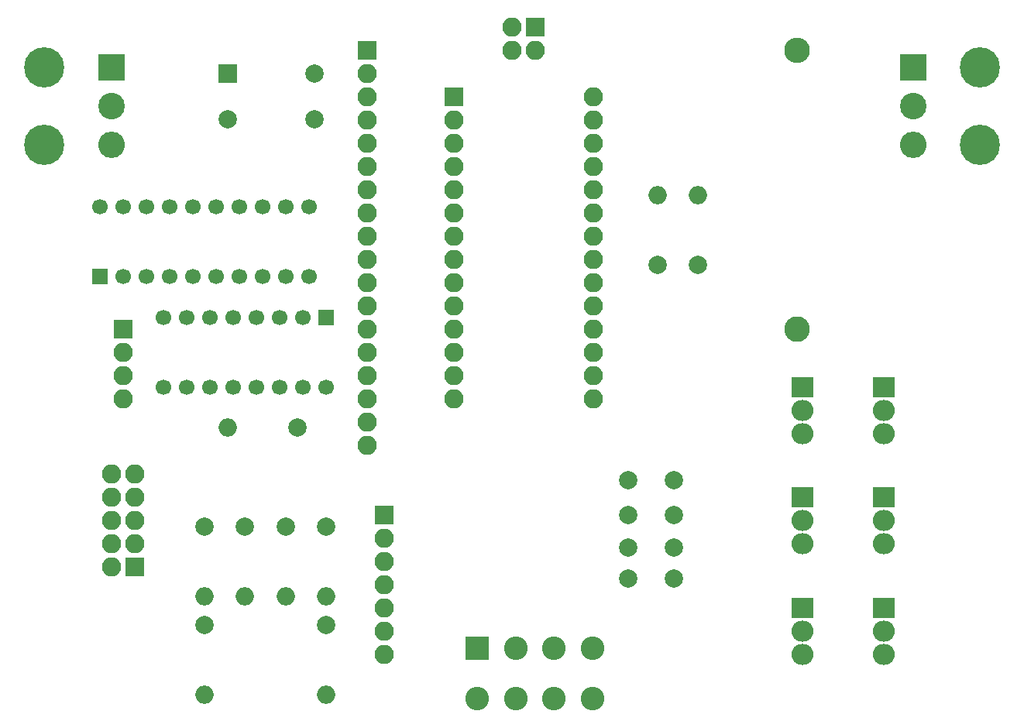
<source format=gbr>
G04 #@! TF.GenerationSoftware,KiCad,Pcbnew,(5.0.0)*
G04 #@! TF.CreationDate,2019-03-07T17:14:17-05:00*
G04 #@! TF.ProjectId,DRV8308_pcb,445256383330385F7063622E6B696361,rev?*
G04 #@! TF.SameCoordinates,Original*
G04 #@! TF.FileFunction,Soldermask,Bot*
G04 #@! TF.FilePolarity,Negative*
%FSLAX46Y46*%
G04 Gerber Fmt 4.6, Leading zero omitted, Abs format (unit mm)*
G04 Created by KiCad (PCBNEW (5.0.0)) date 03/07/19 17:14:17*
%MOMM*%
%LPD*%
G01*
G04 APERTURE LIST*
%ADD10C,4.400000*%
%ADD11O,2.900000X2.900000*%
%ADD12C,2.900000*%
%ADD13R,2.900000X2.900000*%
%ADD14O,2.100000X2.100000*%
%ADD15R,2.100000X2.100000*%
%ADD16R,2.000000X2.000000*%
%ADD17C,2.000000*%
%ADD18R,2.575000X2.575000*%
%ADD19C,2.575000*%
%ADD20O,2.400000X2.305000*%
%ADD21R,2.400000X2.305000*%
%ADD22O,2.000000X2.000000*%
%ADD23C,2.800000*%
%ADD24O,2.800000X2.800000*%
%ADD25R,1.695400X1.695400*%
%ADD26C,1.695400*%
G04 APERTURE END LIST*
D10*
G04 #@! TO.C,J5*
X195260000Y-58420000D03*
X195260000Y-66820000D03*
D11*
X187960000Y-66820000D03*
D12*
X187960000Y-62620000D03*
D13*
X187960000Y-58420000D03*
G04 #@! TD*
D10*
G04 #@! TO.C,J3*
X93030000Y-58420000D03*
X93030000Y-66820000D03*
D11*
X100330000Y-66820000D03*
D12*
X100330000Y-62620000D03*
D13*
X100330000Y-58420000D03*
G04 #@! TD*
D14*
G04 #@! TO.C,J4*
X153035000Y-94615000D03*
X137795000Y-94615000D03*
X153035000Y-92075000D03*
X137795000Y-92075000D03*
X153035000Y-89535000D03*
X137795000Y-89535000D03*
X153035000Y-86995000D03*
X137795000Y-86995000D03*
X153035000Y-84455000D03*
X137795000Y-84455000D03*
X153035000Y-81915000D03*
X137795000Y-81915000D03*
X153035000Y-79375000D03*
X137795000Y-79375000D03*
X153035000Y-76835000D03*
X137795000Y-76835000D03*
X153035000Y-74295000D03*
X137795000Y-74295000D03*
X153035000Y-71755000D03*
X137795000Y-71755000D03*
X153035000Y-69215000D03*
X137795000Y-69215000D03*
X153035000Y-66675000D03*
X137795000Y-66675000D03*
X153035000Y-64135000D03*
X137795000Y-64135000D03*
X153035000Y-61595000D03*
D15*
X137795000Y-61595000D03*
G04 #@! TD*
D16*
G04 #@! TO.C,C2*
X113030000Y-59055000D03*
D17*
X113030000Y-64055000D03*
G04 #@! TD*
D18*
G04 #@! TO.C,J1*
X140335000Y-121920000D03*
D19*
X144535000Y-121920000D03*
X148735000Y-121920000D03*
X152935000Y-121920000D03*
X140335000Y-127420000D03*
X144535000Y-127420000D03*
X148735000Y-127420000D03*
X152935000Y-127420000D03*
G04 #@! TD*
D15*
G04 #@! TO.C,J2*
X102870000Y-113030000D03*
D14*
X100330000Y-113030000D03*
X102870000Y-110490000D03*
X100330000Y-110490000D03*
X102870000Y-107950000D03*
X100330000Y-107950000D03*
X102870000Y-105410000D03*
X100330000Y-105410000D03*
X102870000Y-102870000D03*
X100330000Y-102870000D03*
G04 #@! TD*
D15*
G04 #@! TO.C,J7*
X128270000Y-56515000D03*
D14*
X128270000Y-59055000D03*
X128270000Y-61595000D03*
X128270000Y-64135000D03*
X128270000Y-66675000D03*
X128270000Y-69215000D03*
X128270000Y-71755000D03*
X128270000Y-74295000D03*
X128270000Y-76835000D03*
X128270000Y-79375000D03*
X128270000Y-81915000D03*
X128270000Y-84455000D03*
X128270000Y-86995000D03*
X128270000Y-89535000D03*
X128270000Y-92075000D03*
X128270000Y-94615000D03*
X128270000Y-97155000D03*
X128270000Y-99695000D03*
G04 #@! TD*
D15*
G04 #@! TO.C,J8*
X101600000Y-86995000D03*
D14*
X101600000Y-89535000D03*
X101600000Y-92075000D03*
X101600000Y-94615000D03*
G04 #@! TD*
D20*
G04 #@! TO.C,Q1*
X175895000Y-98425000D03*
X175895000Y-95885000D03*
D21*
X175895000Y-93345000D03*
G04 #@! TD*
G04 #@! TO.C,Q2*
X184785000Y-93345000D03*
D20*
X184785000Y-95885000D03*
X184785000Y-98425000D03*
G04 #@! TD*
G04 #@! TO.C,Q3*
X175895000Y-110490000D03*
X175895000Y-107950000D03*
D21*
X175895000Y-105410000D03*
G04 #@! TD*
G04 #@! TO.C,Q4*
X184785000Y-105410000D03*
D20*
X184785000Y-107950000D03*
X184785000Y-110490000D03*
G04 #@! TD*
G04 #@! TO.C,Q5*
X175895000Y-122555000D03*
X175895000Y-120015000D03*
D21*
X175895000Y-117475000D03*
G04 #@! TD*
G04 #@! TO.C,Q6*
X184785000Y-117475000D03*
D20*
X184785000Y-120015000D03*
X184785000Y-122555000D03*
G04 #@! TD*
D22*
G04 #@! TO.C,R1*
X110490000Y-116205000D03*
D17*
X110490000Y-108585000D03*
G04 #@! TD*
G04 #@! TO.C,R2*
X114935000Y-108585000D03*
D22*
X114935000Y-116205000D03*
G04 #@! TD*
G04 #@! TO.C,R3*
X119380000Y-116205000D03*
D17*
X119380000Y-108585000D03*
G04 #@! TD*
G04 #@! TO.C,R4*
X123825000Y-108585000D03*
D22*
X123825000Y-116205000D03*
G04 #@! TD*
G04 #@! TO.C,R5*
X123825000Y-127000000D03*
D17*
X123825000Y-119380000D03*
G04 #@! TD*
D23*
G04 #@! TO.C,R6*
X175260000Y-86995000D03*
D24*
X175260000Y-56515000D03*
G04 #@! TD*
D17*
G04 #@! TO.C,R7*
X110490000Y-119350000D03*
D22*
X110490000Y-126970000D03*
G04 #@! TD*
G04 #@! TO.C,R8*
X113030000Y-97790000D03*
D17*
X120650000Y-97790000D03*
G04 #@! TD*
D25*
G04 #@! TO.C,U2*
X99060000Y-81280000D03*
D26*
X101600000Y-81280000D03*
X104140000Y-81280000D03*
X106680000Y-81280000D03*
X109220000Y-81280000D03*
X111760000Y-81280000D03*
X114300000Y-81280000D03*
X116840000Y-81280000D03*
X119380000Y-81280000D03*
X121920000Y-81280000D03*
X121920000Y-73660000D03*
X119380000Y-73660000D03*
X116840000Y-73660000D03*
X114300000Y-73660000D03*
X111760000Y-73660000D03*
X109220000Y-73660000D03*
X106680000Y-73660000D03*
X104140000Y-73660000D03*
X101600000Y-73660000D03*
X99060000Y-73660000D03*
G04 #@! TD*
D25*
G04 #@! TO.C,U3*
X123825000Y-85725000D03*
D26*
X121285000Y-85725000D03*
X118745000Y-85725000D03*
X116205000Y-85725000D03*
X113665000Y-85725000D03*
X111125000Y-85725000D03*
X108585000Y-85725000D03*
X106045000Y-85725000D03*
X106045000Y-93345000D03*
X108585000Y-93345000D03*
X111125000Y-93345000D03*
X113665000Y-93345000D03*
X116205000Y-93345000D03*
X118745000Y-93345000D03*
X121285000Y-93345000D03*
X123825000Y-93345000D03*
G04 #@! TD*
D15*
G04 #@! TO.C,J9*
X146685000Y-53975000D03*
D14*
X144145000Y-53975000D03*
X146685000Y-56515000D03*
X144145000Y-56515000D03*
G04 #@! TD*
D22*
G04 #@! TO.C,R9*
X164465000Y-72390000D03*
D17*
X164465000Y-80010000D03*
G04 #@! TD*
G04 #@! TO.C,R10*
X160020000Y-80010000D03*
D22*
X160020000Y-72390000D03*
G04 #@! TD*
D17*
G04 #@! TO.C,C1*
X122555000Y-64055000D03*
X122555000Y-59055000D03*
G04 #@! TD*
G04 #@! TO.C,C3*
X156845000Y-103505000D03*
X161845000Y-103505000D03*
G04 #@! TD*
G04 #@! TO.C,C4*
X156845000Y-110871000D03*
X161845000Y-110871000D03*
G04 #@! TD*
G04 #@! TO.C,C5*
X156845000Y-107315000D03*
X161845000Y-107315000D03*
G04 #@! TD*
G04 #@! TO.C,C6*
X156845000Y-114300000D03*
X161845000Y-114300000D03*
G04 #@! TD*
D15*
G04 #@! TO.C,J6*
X130175000Y-107315000D03*
D14*
X130175000Y-109855000D03*
X130175000Y-112395000D03*
X130175000Y-114935000D03*
X130175000Y-117475000D03*
X130175000Y-120015000D03*
X130175000Y-122555000D03*
G04 #@! TD*
M02*

</source>
